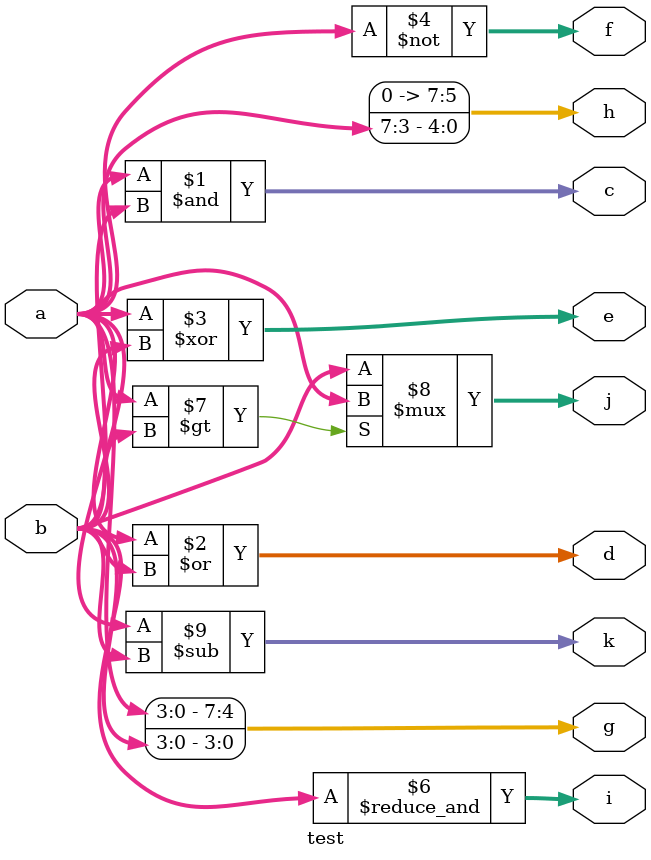
<source format=v>
module test(
    input [7:0] a,b,
	output [7:0] c,d,e,f,g,h,i,j,k );

    assign c = a & b;
	assign d = a | b;
	assign e = a ^ b;
	assign f = ~a;
	assign g = {a[3:0],b[3:0]};
	assign h = a >> 3;
	assign i = &b;
	assign j = (a > b) ? a : b;
	assign k = a - b;

endmodule

/*
当 a = 8'b0011_0011, b = 8'b1111_0000 时
c = 8'b11_0000
d = 8'b1111_0011
e = 8'b1100_0011
f = 8'b1100_1100
g = 8'b0011_0000
h = 8'b110
i = 8'b0
j = 8'b1111_0000
k = 8'b0100_0011
*/
</source>
